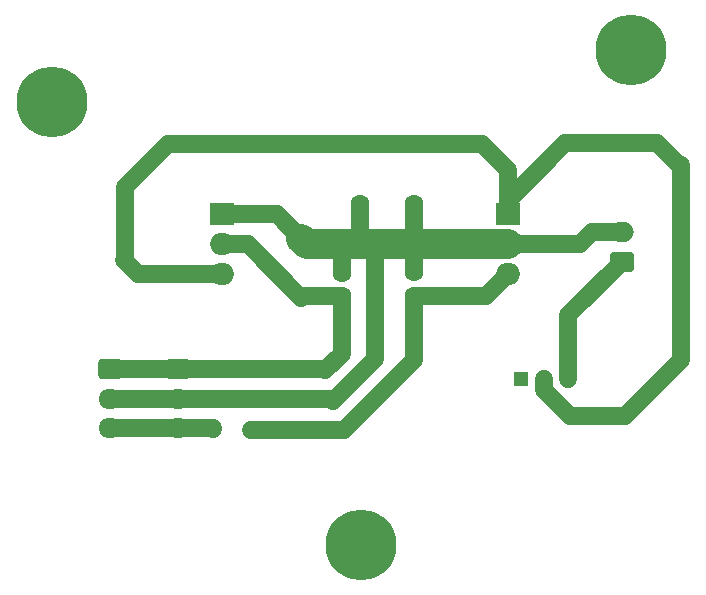
<source format=gbr>
%TF.GenerationSoftware,KiCad,Pcbnew,8.0.4*%
%TF.CreationDate,2024-08-09T17:24:51-06:00*%
%TF.ProjectId,ePotencia,65506f74-656e-4636-9961-2e6b69636164,rev?*%
%TF.SameCoordinates,Original*%
%TF.FileFunction,Copper,L2,Bot*%
%TF.FilePolarity,Positive*%
%FSLAX46Y46*%
G04 Gerber Fmt 4.6, Leading zero omitted, Abs format (unit mm)*
G04 Created by KiCad (PCBNEW 8.0.4) date 2024-08-09 17:24:51*
%MOMM*%
%LPD*%
G01*
G04 APERTURE LIST*
G04 Aperture macros list*
%AMRoundRect*
0 Rectangle with rounded corners*
0 $1 Rounding radius*
0 $2 $3 $4 $5 $6 $7 $8 $9 X,Y pos of 4 corners*
0 Add a 4 corners polygon primitive as box body*
4,1,4,$2,$3,$4,$5,$6,$7,$8,$9,$2,$3,0*
0 Add four circle primitives for the rounded corners*
1,1,$1+$1,$2,$3*
1,1,$1+$1,$4,$5*
1,1,$1+$1,$6,$7*
1,1,$1+$1,$8,$9*
0 Add four rect primitives between the rounded corners*
20,1,$1+$1,$2,$3,$4,$5,0*
20,1,$1+$1,$4,$5,$6,$7,0*
20,1,$1+$1,$6,$7,$8,$9,0*
20,1,$1+$1,$8,$9,$2,$3,0*%
G04 Aperture macros list end*
%TA.AperFunction,ComponentPad*%
%ADD10R,2.000000X1.905000*%
%TD*%
%TA.AperFunction,ComponentPad*%
%ADD11O,2.000000X1.905000*%
%TD*%
%TA.AperFunction,ComponentPad*%
%ADD12C,6.000000*%
%TD*%
%TA.AperFunction,ComponentPad*%
%ADD13RoundRect,0.250000X0.750000X-0.600000X0.750000X0.600000X-0.750000X0.600000X-0.750000X-0.600000X0*%
%TD*%
%TA.AperFunction,ComponentPad*%
%ADD14O,2.000000X1.700000*%
%TD*%
%TA.AperFunction,ComponentPad*%
%ADD15RoundRect,0.250000X-0.725000X0.600000X-0.725000X-0.600000X0.725000X-0.600000X0.725000X0.600000X0*%
%TD*%
%TA.AperFunction,ComponentPad*%
%ADD16O,1.950000X1.700000*%
%TD*%
%TA.AperFunction,ComponentPad*%
%ADD17C,1.600000*%
%TD*%
%TA.AperFunction,ComponentPad*%
%ADD18R,1.308000X1.308000*%
%TD*%
%TA.AperFunction,ComponentPad*%
%ADD19C,1.308000*%
%TD*%
%TA.AperFunction,Conductor*%
%ADD20C,2.500000*%
%TD*%
%TA.AperFunction,Conductor*%
%ADD21C,1.500000*%
%TD*%
G04 APERTURE END LIST*
D10*
%TO.P,regulador3V1,1,GND*%
%TO.N,GND*%
X131525000Y-101345000D03*
D11*
%TO.P,regulador3V1,2,Vout*%
%TO.N,3.3v*%
X131525000Y-103885000D03*
%TO.P,regulador3V1,3,Vin*%
%TO.N,Net-(regulador3V1-Vin)*%
X131525000Y-106425000D03*
%TD*%
D12*
%TO.P,tornillo2,2*%
%TO.N,N/C*%
X166150000Y-87418174D03*
%TD*%
D13*
%TO.P,Vcc1,1,Pin_1*%
%TO.N,+9V*%
X165325000Y-105375000D03*
D14*
%TO.P,Vcc1,2,Pin_2*%
%TO.N,GND*%
X165325000Y-102875000D03*
%TD*%
D15*
%TO.P,conectoOut1,1,Pin_1*%
%TO.N,3.3v*%
X127750000Y-114475000D03*
D16*
%TO.P,conectoOut1,2,Pin_2*%
%TO.N,GND*%
X127750000Y-116975000D03*
%TO.P,conectoOut1,3,Pin_3*%
%TO.N,5v*%
X127750000Y-119475000D03*
%TD*%
D12*
%TO.P,tornillo1,1*%
%TO.N,N/C*%
X117125000Y-91868174D03*
%TD*%
%TO.P,tornillo3,3*%
%TO.N,N/C*%
X143275000Y-129393174D03*
%TD*%
D17*
%TO.P,cCeramicoDisco2,1*%
%TO.N,Net-(regulador3V1-Vin)*%
X147775000Y-95450000D03*
%TO.P,cCeramicoDisco2,2*%
%TO.N,GND*%
X147775000Y-100450000D03*
%TD*%
%TO.P,cElectrolitico1,1*%
%TO.N,3.3v*%
X141625000Y-108300000D03*
%TO.P,cElectrolitico1,2*%
%TO.N,GND*%
X141625000Y-106300000D03*
%TD*%
%TO.P,cCeramicoDisco1,1*%
%TO.N,Net-(regulador3V1-Vin)*%
X143175000Y-95450000D03*
%TO.P,cCeramicoDisco1,2*%
%TO.N,GND*%
X143175000Y-100450000D03*
%TD*%
%TO.P,CElectrolitico2,1*%
%TO.N,unconnected-(CElectrolitico2-Pad1)*%
X147750000Y-108275000D03*
%TO.P,CElectrolitico2,2*%
%TO.N,GND*%
X147750000Y-106275000D03*
%TD*%
D15*
%TO.P,conectoOut2,1,Pin_1*%
%TO.N,3.3v*%
X121975000Y-114475000D03*
D16*
%TO.P,conectoOut2,2,Pin_2*%
%TO.N,GND*%
X121975000Y-116975000D03*
%TO.P,conectoOut2,3,Pin_3*%
%TO.N,5v*%
X121975000Y-119475000D03*
%TD*%
D10*
%TO.P,regulador5v1,1,IN*%
%TO.N,Net-(regulador3V1-Vin)*%
X155675000Y-101345000D03*
D11*
%TO.P,regulador5v1,2,GND*%
%TO.N,GND*%
X155675000Y-103885000D03*
%TO.P,regulador5v1,3,OUT*%
%TO.N,unconnected-(CElectrolitico2-Pad1)*%
X155675000Y-106425000D03*
%TD*%
D18*
%TO.P,Switch1,1,1*%
%TO.N,unconnected-(Switch1-Pad1)*%
X156800000Y-115325000D03*
D19*
%TO.P,Switch1,2,2*%
%TO.N,Net-(regulador3V1-Vin)*%
X158800000Y-115325000D03*
%TO.P,Switch1,3,3*%
%TO.N,+9V*%
X160800000Y-115325000D03*
%TD*%
D20*
%TO.N,GND*%
X142775000Y-103885000D02*
X144450000Y-103885000D01*
X147450000Y-103885000D02*
X155675000Y-103885000D01*
D21*
X145225000Y-103885000D02*
X145500000Y-104160000D01*
D20*
X145225000Y-103885000D02*
X147450000Y-103885000D01*
D21*
X162825000Y-102875000D02*
X161815000Y-103885000D01*
D20*
X138685000Y-103885000D02*
X141475000Y-103885000D01*
D21*
X131525000Y-101345000D02*
X136145000Y-101345000D01*
X141625000Y-106300000D02*
X141625000Y-104035000D01*
X147775000Y-100450000D02*
X147775000Y-103560000D01*
X144450000Y-103885000D02*
X144450000Y-113625000D01*
X161815000Y-103885000D02*
X155675000Y-103885000D01*
D20*
X138225000Y-103425000D02*
X138685000Y-103885000D01*
D21*
X147750000Y-104185000D02*
X147450000Y-103885000D01*
X165325000Y-102875000D02*
X162825000Y-102875000D01*
X143150000Y-104260000D02*
X142775000Y-103885000D01*
X140875000Y-117200000D02*
X140650000Y-116975000D01*
X141625000Y-104035000D02*
X141475000Y-103885000D01*
D20*
X144450000Y-103885000D02*
X145225000Y-103885000D01*
D21*
X143175000Y-103485000D02*
X142775000Y-103885000D01*
X144450000Y-113625000D02*
X140875000Y-117200000D01*
X121975000Y-116975000D02*
X127750000Y-116975000D01*
X147750000Y-106275000D02*
X147750000Y-104185000D01*
X147775000Y-103560000D02*
X147450000Y-103885000D01*
X143175000Y-100450000D02*
X143175000Y-103485000D01*
D20*
X141475000Y-103885000D02*
X142775000Y-103885000D01*
D21*
X140650000Y-116975000D02*
X127750000Y-116975000D01*
X136145000Y-101345000D02*
X138225000Y-103425000D01*
%TO.N,Net-(regulador3V1-Vin)*%
X147775000Y-95450000D02*
X143175000Y-95450000D01*
X155675000Y-101345000D02*
X155675000Y-97575000D01*
X158800000Y-115325000D02*
X158800000Y-116249895D01*
X123325000Y-105100000D02*
X123200000Y-105225000D01*
X153550000Y-95450000D02*
X147775000Y-95450000D01*
X155675000Y-100200000D02*
X155675000Y-101345000D01*
X160575000Y-95300000D02*
X155675000Y-100200000D01*
X168350000Y-95300000D02*
X160575000Y-95300000D01*
X123325000Y-99050000D02*
X123325000Y-105100000D01*
X170225000Y-97175000D02*
X168350000Y-95300000D01*
X170350000Y-97175000D02*
X170225000Y-97175000D01*
X123200000Y-105225000D02*
X124400000Y-106425000D01*
X165600000Y-118450000D02*
X170350000Y-113700000D01*
X143175000Y-95450000D02*
X126925000Y-95450000D01*
X155675000Y-97575000D02*
X153550000Y-95450000D01*
X161000105Y-118450000D02*
X165600000Y-118450000D01*
X170350000Y-113700000D02*
X170350000Y-97175000D01*
X124400000Y-106425000D02*
X131525000Y-106425000D01*
X158800000Y-116249895D02*
X161000105Y-118450000D01*
X126925000Y-95450000D02*
X123325000Y-99050000D01*
%TO.N,+9V*%
X165325000Y-105375000D02*
X160800000Y-109900000D01*
X160800000Y-109900000D02*
X160800000Y-115325000D01*
%TO.N,3.3v*%
X133660000Y-103885000D02*
X138200000Y-108425000D01*
X131525000Y-103885000D02*
X133660000Y-103885000D01*
X140125000Y-114475000D02*
X127750000Y-114475000D01*
X141625000Y-108300000D02*
X141625000Y-113175000D01*
X138325000Y-108300000D02*
X141625000Y-108300000D01*
X141625000Y-113175000D02*
X140225000Y-114575000D01*
X138200000Y-108425000D02*
X138325000Y-108300000D01*
X140225000Y-114575000D02*
X140125000Y-114475000D01*
X121975000Y-114475000D02*
X127750000Y-114475000D01*
%TO.N,unconnected-(CElectrolitico2-Pad1)*%
X147750000Y-113724188D02*
X141850000Y-119624188D01*
X153825000Y-108275000D02*
X147750000Y-108275000D01*
X155675000Y-106425000D02*
X153825000Y-108275000D01*
X141850000Y-119624188D02*
X133925000Y-119624188D01*
X147750000Y-108275000D02*
X147750000Y-113724188D01*
%TO.N,5v*%
X127750000Y-119475000D02*
X130725000Y-119475000D01*
X121975000Y-119475000D02*
X127750000Y-119475000D01*
X130725000Y-119475000D02*
X130750000Y-119500000D01*
%TD*%
M02*

</source>
